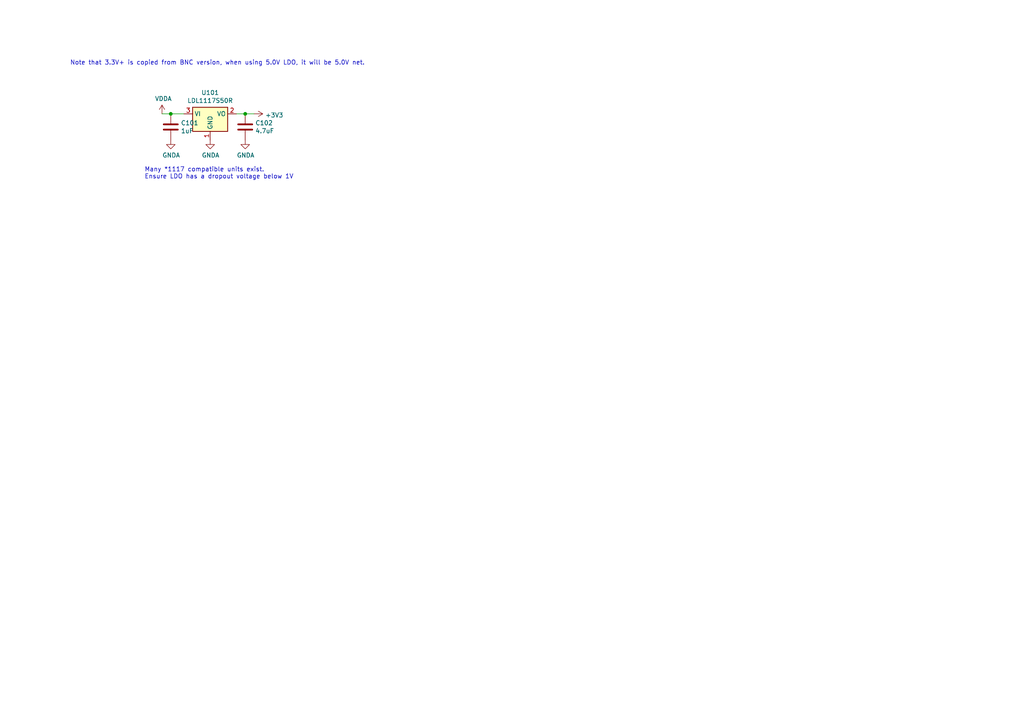
<source format=kicad_sch>
(kicad_sch
	(version 20231120)
	(generator "eeschema")
	(generator_version "8.0")
	(uuid "ea7c5e85-0e72-4e07-a51b-8b61bdc44171")
	(paper "A4")
	(lib_symbols
		(symbol "Regulator_Linear:LD1117S50TR_SOT223"
			(exclude_from_sim no)
			(in_bom yes)
			(on_board yes)
			(property "Reference" "U"
				(at -3.81 3.175 0)
				(effects
					(font
						(size 1.27 1.27)
					)
				)
			)
			(property "Value" "LD1117S50TR_SOT223"
				(at 0 3.175 0)
				(effects
					(font
						(size 1.27 1.27)
					)
					(justify left)
				)
			)
			(property "Footprint" "Package_TO_SOT_SMD:SOT-223-3_TabPin2"
				(at 0 5.08 0)
				(effects
					(font
						(size 1.27 1.27)
					)
					(hide yes)
				)
			)
			(property "Datasheet" "http://www.st.com/st-web-ui/static/active/en/resource/technical/document/datasheet/CD00000544.pdf"
				(at 2.54 -6.35 0)
				(effects
					(font
						(size 1.27 1.27)
					)
					(hide yes)
				)
			)
			(property "Description" "800mA Fixed Low Drop Positive Voltage Regulator, Fixed Output 5.0V, SOT-223"
				(at 0 0 0)
				(effects
					(font
						(size 1.27 1.27)
					)
					(hide yes)
				)
			)
			(property "ki_keywords" "REGULATOR LDO 5.0V"
				(at 0 0 0)
				(effects
					(font
						(size 1.27 1.27)
					)
					(hide yes)
				)
			)
			(property "ki_fp_filters" "SOT?223*TabPin2*"
				(at 0 0 0)
				(effects
					(font
						(size 1.27 1.27)
					)
					(hide yes)
				)
			)
			(symbol "LD1117S50TR_SOT223_0_1"
				(rectangle
					(start -5.08 -5.08)
					(end 5.08 1.905)
					(stroke
						(width 0.254)
						(type default)
					)
					(fill
						(type background)
					)
				)
			)
			(symbol "LD1117S50TR_SOT223_1_1"
				(pin power_in line
					(at 0 -7.62 90)
					(length 2.54)
					(name "GND"
						(effects
							(font
								(size 1.27 1.27)
							)
						)
					)
					(number "1"
						(effects
							(font
								(size 1.27 1.27)
							)
						)
					)
				)
				(pin power_out line
					(at 7.62 0 180)
					(length 2.54)
					(name "VO"
						(effects
							(font
								(size 1.27 1.27)
							)
						)
					)
					(number "2"
						(effects
							(font
								(size 1.27 1.27)
							)
						)
					)
				)
				(pin power_in line
					(at -7.62 0 0)
					(length 2.54)
					(name "VI"
						(effects
							(font
								(size 1.27 1.27)
							)
						)
					)
					(number "3"
						(effects
							(font
								(size 1.27 1.27)
							)
						)
					)
				)
			)
		)
		(symbol "bkm-129x-scart-vga-rescue:+3.3V-power"
			(power)
			(pin_names
				(offset 0)
			)
			(exclude_from_sim no)
			(in_bom yes)
			(on_board yes)
			(property "Reference" "#PWR"
				(at 0 -3.81 0)
				(effects
					(font
						(size 1.27 1.27)
					)
					(hide yes)
				)
			)
			(property "Value" "power_+3.3V"
				(at 0 3.556 0)
				(effects
					(font
						(size 1.27 1.27)
					)
				)
			)
			(property "Footprint" ""
				(at 0 0 0)
				(effects
					(font
						(size 1.27 1.27)
					)
					(hide yes)
				)
			)
			(property "Datasheet" ""
				(at 0 0 0)
				(effects
					(font
						(size 1.27 1.27)
					)
					(hide yes)
				)
			)
			(property "Description" ""
				(at 0 0 0)
				(effects
					(font
						(size 1.27 1.27)
					)
					(hide yes)
				)
			)
			(symbol "+3.3V-power_0_1"
				(polyline
					(pts
						(xy -0.762 1.27) (xy 0 2.54)
					)
					(stroke
						(width 0)
						(type solid)
					)
					(fill
						(type none)
					)
				)
				(polyline
					(pts
						(xy 0 0) (xy 0 2.54)
					)
					(stroke
						(width 0)
						(type solid)
					)
					(fill
						(type none)
					)
				)
				(polyline
					(pts
						(xy 0 2.54) (xy 0.762 1.27)
					)
					(stroke
						(width 0)
						(type solid)
					)
					(fill
						(type none)
					)
				)
			)
			(symbol "+3.3V-power_1_1"
				(pin power_in line
					(at 0 0 90)
					(length 0) hide
					(name "+3V3"
						(effects
							(font
								(size 1.27 1.27)
							)
						)
					)
					(number "1"
						(effects
							(font
								(size 1.27 1.27)
							)
						)
					)
				)
			)
		)
		(symbol "bkm-129x-scart-vga-rescue:C"
			(pin_numbers hide)
			(pin_names
				(offset 0.254)
			)
			(exclude_from_sim no)
			(in_bom yes)
			(on_board yes)
			(property "Reference" "C"
				(at 0.635 2.54 0)
				(effects
					(font
						(size 1.27 1.27)
					)
					(justify left)
				)
			)
			(property "Value" "C"
				(at 0.635 -2.54 0)
				(effects
					(font
						(size 1.27 1.27)
					)
					(justify left)
				)
			)
			(property "Footprint" ""
				(at 0.9652 -3.81 0)
				(effects
					(font
						(size 1.27 1.27)
					)
					(hide yes)
				)
			)
			(property "Datasheet" ""
				(at 0 0 0)
				(effects
					(font
						(size 1.27 1.27)
					)
					(hide yes)
				)
			)
			(property "Description" ""
				(at 0 0 0)
				(effects
					(font
						(size 1.27 1.27)
					)
					(hide yes)
				)
			)
			(property "ki_fp_filters" "C_*"
				(at 0 0 0)
				(effects
					(font
						(size 1.27 1.27)
					)
					(hide yes)
				)
			)
			(symbol "C_0_1"
				(polyline
					(pts
						(xy -2.032 -0.762) (xy 2.032 -0.762)
					)
					(stroke
						(width 0.508)
						(type solid)
					)
					(fill
						(type none)
					)
				)
				(polyline
					(pts
						(xy -2.032 0.762) (xy 2.032 0.762)
					)
					(stroke
						(width 0.508)
						(type solid)
					)
					(fill
						(type none)
					)
				)
			)
			(symbol "C_1_1"
				(pin passive line
					(at 0 3.81 270)
					(length 2.794)
					(name "~"
						(effects
							(font
								(size 1.27 1.27)
							)
						)
					)
					(number "1"
						(effects
							(font
								(size 1.27 1.27)
							)
						)
					)
				)
				(pin passive line
					(at 0 -3.81 90)
					(length 2.794)
					(name "~"
						(effects
							(font
								(size 1.27 1.27)
							)
						)
					)
					(number "2"
						(effects
							(font
								(size 1.27 1.27)
							)
						)
					)
				)
			)
		)
		(symbol "bkm-129x-scart-vga-rescue:GNDA-power"
			(power)
			(pin_names
				(offset 0)
			)
			(exclude_from_sim no)
			(in_bom yes)
			(on_board yes)
			(property "Reference" "#PWR"
				(at 0 -6.35 0)
				(effects
					(font
						(size 1.27 1.27)
					)
					(hide yes)
				)
			)
			(property "Value" "power_GNDA"
				(at 0 -3.81 0)
				(effects
					(font
						(size 1.27 1.27)
					)
				)
			)
			(property "Footprint" ""
				(at 0 0 0)
				(effects
					(font
						(size 1.27 1.27)
					)
					(hide yes)
				)
			)
			(property "Datasheet" ""
				(at 0 0 0)
				(effects
					(font
						(size 1.27 1.27)
					)
					(hide yes)
				)
			)
			(property "Description" ""
				(at 0 0 0)
				(effects
					(font
						(size 1.27 1.27)
					)
					(hide yes)
				)
			)
			(symbol "GNDA-power_0_1"
				(polyline
					(pts
						(xy 0 0) (xy 0 -1.27) (xy 1.27 -1.27) (xy 0 -2.54) (xy -1.27 -1.27) (xy 0 -1.27)
					)
					(stroke
						(width 0)
						(type solid)
					)
					(fill
						(type none)
					)
				)
			)
			(symbol "GNDA-power_1_1"
				(pin power_in line
					(at 0 0 270)
					(length 0) hide
					(name "GNDA"
						(effects
							(font
								(size 1.27 1.27)
							)
						)
					)
					(number "1"
						(effects
							(font
								(size 1.27 1.27)
							)
						)
					)
				)
			)
		)
		(symbol "bkm-129x-scart-vga-rescue:VDDA-power"
			(power)
			(pin_names
				(offset 0)
			)
			(exclude_from_sim no)
			(in_bom yes)
			(on_board yes)
			(property "Reference" "#PWR"
				(at 0 -3.81 0)
				(effects
					(font
						(size 1.27 1.27)
					)
					(hide yes)
				)
			)
			(property "Value" "power_VDDA"
				(at 0 3.81 0)
				(effects
					(font
						(size 1.27 1.27)
					)
				)
			)
			(property "Footprint" ""
				(at 0 0 0)
				(effects
					(font
						(size 1.27 1.27)
					)
					(hide yes)
				)
			)
			(property "Datasheet" ""
				(at 0 0 0)
				(effects
					(font
						(size 1.27 1.27)
					)
					(hide yes)
				)
			)
			(property "Description" ""
				(at 0 0 0)
				(effects
					(font
						(size 1.27 1.27)
					)
					(hide yes)
				)
			)
			(symbol "VDDA-power_0_1"
				(polyline
					(pts
						(xy -0.762 1.27) (xy 0 2.54)
					)
					(stroke
						(width 0)
						(type solid)
					)
					(fill
						(type none)
					)
				)
				(polyline
					(pts
						(xy 0 0) (xy 0 2.54)
					)
					(stroke
						(width 0)
						(type solid)
					)
					(fill
						(type none)
					)
				)
				(polyline
					(pts
						(xy 0 2.54) (xy 0.762 1.27)
					)
					(stroke
						(width 0)
						(type solid)
					)
					(fill
						(type none)
					)
				)
			)
			(symbol "VDDA-power_1_1"
				(pin power_in line
					(at 0 0 90)
					(length 0) hide
					(name "VDDA"
						(effects
							(font
								(size 1.27 1.27)
							)
						)
					)
					(number "1"
						(effects
							(font
								(size 1.27 1.27)
							)
						)
					)
				)
			)
		)
	)
	(junction
		(at 49.53 33.02)
		(diameter 0)
		(color 0 0 0 0)
		(uuid "a43c87cd-6092-4088-89e0-b0aeae266d93")
	)
	(junction
		(at 71.12 33.02)
		(diameter 0)
		(color 0 0 0 0)
		(uuid "f34039b0-76fe-4156-a692-9194da9d95e6")
	)
	(wire
		(pts
			(xy 73.66 33.02) (xy 71.12 33.02)
		)
		(stroke
			(width 0)
			(type default)
		)
		(uuid "275e306b-aeb2-4960-a868-2832773dfc45")
	)
	(wire
		(pts
			(xy 68.58 33.02) (xy 71.12 33.02)
		)
		(stroke
			(width 0)
			(type default)
		)
		(uuid "2fdec6aa-5524-4f44-877d-c104fa44dc02")
	)
	(wire
		(pts
			(xy 49.53 33.02) (xy 53.34 33.02)
		)
		(stroke
			(width 0)
			(type default)
		)
		(uuid "9c85fcf0-8460-47a1-8678-dfa851bb4e7d")
	)
	(wire
		(pts
			(xy 46.99 33.02) (xy 49.53 33.02)
		)
		(stroke
			(width 0)
			(type default)
		)
		(uuid "c164eb5c-a1f6-44f8-a0d5-2eff1e2f63e7")
	)
	(text "Note that 3.3V+ is copied from BNC version, when using 5.0V LDO, it will be 5.0V net."
		(exclude_from_sim no)
		(at 20.32 19.05 0)
		(effects
			(font
				(size 1.27 1.27)
			)
			(justify left bottom)
		)
		(uuid "1e0e2eef-ec9e-4eae-86a4-5e99f6e9334a")
	)
	(text "Many *1117 compatible units exist.\nEnsure LDO has a dropout voltage below 1V"
		(exclude_from_sim no)
		(at 41.91 52.07 0)
		(effects
			(font
				(size 1.27 1.27)
			)
			(justify left bottom)
		)
		(uuid "fb1a5833-82ad-4019-af57-8d70d122aacb")
	)
	(symbol
		(lib_id "Regulator_Linear:LD1117S50TR_SOT223")
		(at 60.96 33.02 0)
		(unit 1)
		(exclude_from_sim no)
		(in_bom yes)
		(on_board yes)
		(dnp no)
		(uuid "00000000-0000-0000-0000-00006292d85b")
		(property "Reference" "U101"
			(at 60.96 26.8732 0)
			(effects
				(font
					(size 1.27 1.27)
				)
			)
		)
		(property "Value" "LDL1117S50R"
			(at 60.96 29.1846 0)
			(effects
				(font
					(size 1.27 1.27)
				)
			)
		)
		(property "Footprint" "Package_TO_SOT_SMD:SOT-223-3_TabPin2"
			(at 60.96 27.94 0)
			(effects
				(font
					(size 1.27 1.27)
				)
				(hide yes)
			)
		)
		(property "Datasheet" "http://www.st.com/st-web-ui/static/active/en/resource/technical/document/datasheet/CD00000544.pdf"
			(at 63.5 39.37 0)
			(effects
				(font
					(size 1.27 1.27)
				)
				(hide yes)
			)
		)
		(property "Description" ""
			(at 60.96 33.02 0)
			(effects
				(font
					(size 1.27 1.27)
				)
				(hide yes)
			)
		)
		(pin "1"
			(uuid "bea113d2-0c79-47db-9701-61ec0026773c")
		)
		(pin "2"
			(uuid "53d3d8e0-9ee3-4cd2-9716-17eab5406895")
		)
		(pin "3"
			(uuid "f94dda5d-b117-4bca-aa1c-c6b68de82072")
		)
		(instances
			(project "bkm-129x-scart-vga"
				(path "/dd381a99-a14a-480e-874b-b22abf62e9bf/00000000-0000-0000-0000-0000628998a2"
					(reference "U101")
					(unit 1)
				)
			)
		)
	)
	(symbol
		(lib_id "bkm-129x-scart-vga-rescue:GNDA-power")
		(at 60.96 40.64 0)
		(unit 1)
		(exclude_from_sim no)
		(in_bom yes)
		(on_board yes)
		(dnp no)
		(uuid "00000000-0000-0000-0000-0000629477fe")
		(property "Reference" "#PWR0103"
			(at 60.96 46.99 0)
			(effects
				(font
					(size 1.27 1.27)
				)
				(hide yes)
			)
		)
		(property "Value" "GNDA"
			(at 61.087 45.0342 0)
			(effects
				(font
					(size 1.27 1.27)
				)
			)
		)
		(property "Footprint" ""
			(at 60.96 40.64 0)
			(effects
				(font
					(size 1.27 1.27)
				)
				(hide yes)
			)
		)
		(property "Datasheet" ""
			(at 60.96 40.64 0)
			(effects
				(font
					(size 1.27 1.27)
				)
				(hide yes)
			)
		)
		(property "Description" ""
			(at 60.96 40.64 0)
			(effects
				(font
					(size 1.27 1.27)
				)
				(hide yes)
			)
		)
		(pin "1"
			(uuid "a0029b71-2861-41ae-9572-d032f17eb36b")
		)
		(instances
			(project "bkm-129x-scart-vga"
				(path "/dd381a99-a14a-480e-874b-b22abf62e9bf/00000000-0000-0000-0000-0000628998a2"
					(reference "#PWR0103")
					(unit 1)
				)
			)
		)
	)
	(symbol
		(lib_id "bkm-129x-scart-vga-rescue:+3.3V-power")
		(at 73.66 33.02 270)
		(unit 1)
		(exclude_from_sim no)
		(in_bom yes)
		(on_board yes)
		(dnp no)
		(uuid "00000000-0000-0000-0000-000062947d2a")
		(property "Reference" "#PWR0104"
			(at 69.85 33.02 0)
			(effects
				(font
					(size 1.27 1.27)
				)
				(hide yes)
			)
		)
		(property "Value" "+3V3"
			(at 76.9112 33.401 90)
			(effects
				(font
					(size 1.27 1.27)
				)
				(justify left)
			)
		)
		(property "Footprint" ""
			(at 73.66 33.02 0)
			(effects
				(font
					(size 1.27 1.27)
				)
				(hide yes)
			)
		)
		(property "Datasheet" ""
			(at 73.66 33.02 0)
			(effects
				(font
					(size 1.27 1.27)
				)
				(hide yes)
			)
		)
		(property "Description" ""
			(at 73.66 33.02 0)
			(effects
				(font
					(size 1.27 1.27)
				)
				(hide yes)
			)
		)
		(pin "1"
			(uuid "44a28511-9fc7-4502-b08a-d4312d899533")
		)
		(instances
			(project "bkm-129x-scart-vga"
				(path "/dd381a99-a14a-480e-874b-b22abf62e9bf/00000000-0000-0000-0000-0000628998a2"
					(reference "#PWR0104")
					(unit 1)
				)
			)
		)
	)
	(symbol
		(lib_id "bkm-129x-scart-vga-rescue:C")
		(at 71.12 36.83 0)
		(unit 1)
		(exclude_from_sim no)
		(in_bom yes)
		(on_board yes)
		(dnp no)
		(uuid "00000000-0000-0000-0000-000062949842")
		(property "Reference" "C102"
			(at 74.041 35.6616 0)
			(effects
				(font
					(size 1.27 1.27)
				)
				(justify left)
			)
		)
		(property "Value" "4.7uF"
			(at 74.041 37.973 0)
			(effects
				(font
					(size 1.27 1.27)
				)
				(justify left)
			)
		)
		(property "Footprint" "Capacitor_SMD:C_0805_2012Metric_Pad1.18x1.45mm_HandSolder"
			(at 72.0852 40.64 0)
			(effects
				(font
					(size 1.27 1.27)
				)
				(hide yes)
			)
		)
		(property "Datasheet" ""
			(at 71.12 36.83 0)
			(effects
				(font
					(size 1.27 1.27)
				)
				(hide yes)
			)
		)
		(property "Description" ""
			(at 71.12 36.83 0)
			(effects
				(font
					(size 1.27 1.27)
				)
				(hide yes)
			)
		)
		(pin "1"
			(uuid "b9522955-c65b-410b-b35b-97372e2cc369")
		)
		(pin "2"
			(uuid "ddab15d5-71b3-4751-87bc-d8dad6d3f0e3")
		)
		(instances
			(project "bkm-129x-scart-vga"
				(path "/dd381a99-a14a-480e-874b-b22abf62e9bf/00000000-0000-0000-0000-0000628998a2"
					(reference "C102")
					(unit 1)
				)
			)
		)
	)
	(symbol
		(lib_id "bkm-129x-scart-vga-rescue:GNDA-power")
		(at 71.12 40.64 0)
		(unit 1)
		(exclude_from_sim no)
		(in_bom yes)
		(on_board yes)
		(dnp no)
		(uuid "00000000-0000-0000-0000-000062949c28")
		(property "Reference" "#PWR0105"
			(at 71.12 46.99 0)
			(effects
				(font
					(size 1.27 1.27)
				)
				(hide yes)
			)
		)
		(property "Value" "GNDA"
			(at 71.247 45.0342 0)
			(effects
				(font
					(size 1.27 1.27)
				)
			)
		)
		(property "Footprint" ""
			(at 71.12 40.64 0)
			(effects
				(font
					(size 1.27 1.27)
				)
				(hide yes)
			)
		)
		(property "Datasheet" ""
			(at 71.12 40.64 0)
			(effects
				(font
					(size 1.27 1.27)
				)
				(hide yes)
			)
		)
		(property "Description" ""
			(at 71.12 40.64 0)
			(effects
				(font
					(size 1.27 1.27)
				)
				(hide yes)
			)
		)
		(pin "1"
			(uuid "72f89579-50fa-47e7-bac2-da7e8cd7fae6")
		)
		(instances
			(project "bkm-129x-scart-vga"
				(path "/dd381a99-a14a-480e-874b-b22abf62e9bf/00000000-0000-0000-0000-0000628998a2"
					(reference "#PWR0105")
					(unit 1)
				)
			)
		)
	)
	(symbol
		(lib_id "bkm-129x-scart-vga-rescue:C")
		(at 49.53 36.83 0)
		(unit 1)
		(exclude_from_sim no)
		(in_bom yes)
		(on_board yes)
		(dnp no)
		(uuid "00000000-0000-0000-0000-00006294a184")
		(property "Reference" "C101"
			(at 52.451 35.6616 0)
			(effects
				(font
					(size 1.27 1.27)
				)
				(justify left)
			)
		)
		(property "Value" "1uF"
			(at 52.451 37.973 0)
			(effects
				(font
					(size 1.27 1.27)
				)
				(justify left)
			)
		)
		(property "Footprint" "Capacitor_SMD:C_0805_2012Metric_Pad1.18x1.45mm_HandSolder"
			(at 50.4952 40.64 0)
			(effects
				(font
					(size 1.27 1.27)
				)
				(hide yes)
			)
		)
		(property "Datasheet" ""
			(at 49.53 36.83 0)
			(effects
				(font
					(size 1.27 1.27)
				)
				(hide yes)
			)
		)
		(property "Description" ""
			(at 49.53 36.83 0)
			(effects
				(font
					(size 1.27 1.27)
				)
				(hide yes)
			)
		)
		(pin "1"
			(uuid "88309efc-625d-4e73-994a-4c2756a14d01")
		)
		(pin "2"
			(uuid "439bb9a9-b27e-4888-bb77-b97f1e66eb99")
		)
		(instances
			(project "bkm-129x-scart-vga"
				(path "/dd381a99-a14a-480e-874b-b22abf62e9bf/00000000-0000-0000-0000-0000628998a2"
					(reference "C101")
					(unit 1)
				)
			)
		)
	)
	(symbol
		(lib_id "bkm-129x-scart-vga-rescue:GNDA-power")
		(at 49.53 40.64 0)
		(unit 1)
		(exclude_from_sim no)
		(in_bom yes)
		(on_board yes)
		(dnp no)
		(uuid "00000000-0000-0000-0000-00006294a7a3")
		(property "Reference" "#PWR0106"
			(at 49.53 46.99 0)
			(effects
				(font
					(size 1.27 1.27)
				)
				(hide yes)
			)
		)
		(property "Value" "GNDA"
			(at 49.657 45.0342 0)
			(effects
				(font
					(size 1.27 1.27)
				)
			)
		)
		(property "Footprint" ""
			(at 49.53 40.64 0)
			(effects
				(font
					(size 1.27 1.27)
				)
				(hide yes)
			)
		)
		(property "Datasheet" ""
			(at 49.53 40.64 0)
			(effects
				(font
					(size 1.27 1.27)
				)
				(hide yes)
			)
		)
		(property "Description" ""
			(at 49.53 40.64 0)
			(effects
				(font
					(size 1.27 1.27)
				)
				(hide yes)
			)
		)
		(pin "1"
			(uuid "2a24ea5d-f3f2-4ec6-94a5-b2f20428c559")
		)
		(instances
			(project "bkm-129x-scart-vga"
				(path "/dd381a99-a14a-480e-874b-b22abf62e9bf/00000000-0000-0000-0000-0000628998a2"
					(reference "#PWR0106")
					(unit 1)
				)
			)
		)
	)
	(symbol
		(lib_id "bkm-129x-scart-vga-rescue:VDDA-power")
		(at 46.99 33.02 0)
		(unit 1)
		(exclude_from_sim no)
		(in_bom yes)
		(on_board yes)
		(dnp no)
		(uuid "00000000-0000-0000-0000-00006294bd38")
		(property "Reference" "#PWR0107"
			(at 46.99 36.83 0)
			(effects
				(font
					(size 1.27 1.27)
				)
				(hide yes)
			)
		)
		(property "Value" "VDDA"
			(at 47.371 28.6258 0)
			(effects
				(font
					(size 1.27 1.27)
				)
			)
		)
		(property "Footprint" ""
			(at 46.99 33.02 0)
			(effects
				(font
					(size 1.27 1.27)
				)
				(hide yes)
			)
		)
		(property "Datasheet" ""
			(at 46.99 33.02 0)
			(effects
				(font
					(size 1.27 1.27)
				)
				(hide yes)
			)
		)
		(property "Description" ""
			(at 46.99 33.02 0)
			(effects
				(font
					(size 1.27 1.27)
				)
				(hide yes)
			)
		)
		(pin "1"
			(uuid "3392e929-9809-44f8-83b1-6ce941b45cca")
		)
		(instances
			(project "bkm-129x-scart-vga"
				(path "/dd381a99-a14a-480e-874b-b22abf62e9bf/00000000-0000-0000-0000-0000628998a2"
					(reference "#PWR0107")
					(unit 1)
				)
			)
		)
	)
)
</source>
